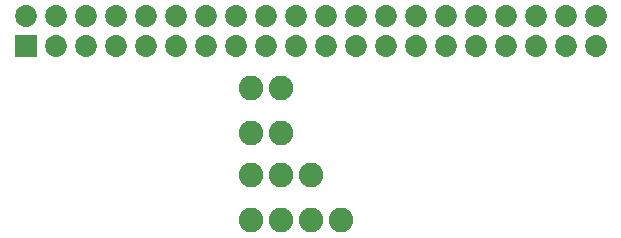
<source format=gbs>
G75*
%MOIN*%
%OFA0B0*%
%FSLAX24Y24*%
%IPPOS*%
%LPD*%
%AMOC8*
5,1,8,0,0,1.08239X$1,22.5*
%
%ADD10C,0.0730*%
%ADD11R,0.0730X0.0730*%
%ADD12C,0.0820*%
D10*
X002300Y007320D03*
X003300Y007320D03*
X004300Y007320D03*
X005300Y007320D03*
X006300Y007320D03*
X007300Y007320D03*
X008300Y007320D03*
X009300Y007320D03*
X010300Y007320D03*
X011300Y007320D03*
X012300Y007320D03*
X013300Y007320D03*
X014300Y007320D03*
X015300Y007320D03*
X016300Y007320D03*
X017300Y007320D03*
X018300Y007320D03*
X019300Y007320D03*
X020300Y007320D03*
X020300Y008320D03*
X019300Y008320D03*
X018300Y008320D03*
X017300Y008320D03*
X016300Y008320D03*
X015300Y008320D03*
X014300Y008320D03*
X013300Y008320D03*
X012300Y008320D03*
X011300Y008320D03*
X010300Y008320D03*
X009300Y008320D03*
X008300Y008320D03*
X007300Y008320D03*
X006300Y008320D03*
X005300Y008320D03*
X004300Y008320D03*
X003300Y008320D03*
X002300Y008320D03*
X001300Y008320D03*
D11*
X001300Y007320D03*
D12*
X008800Y001520D03*
X009800Y001520D03*
X010800Y001520D03*
X011800Y001520D03*
X010800Y003020D03*
X009800Y003020D03*
X008800Y003020D03*
X008800Y004420D03*
X009800Y004420D03*
X009800Y005920D03*
X008800Y005920D03*
M02*

</source>
